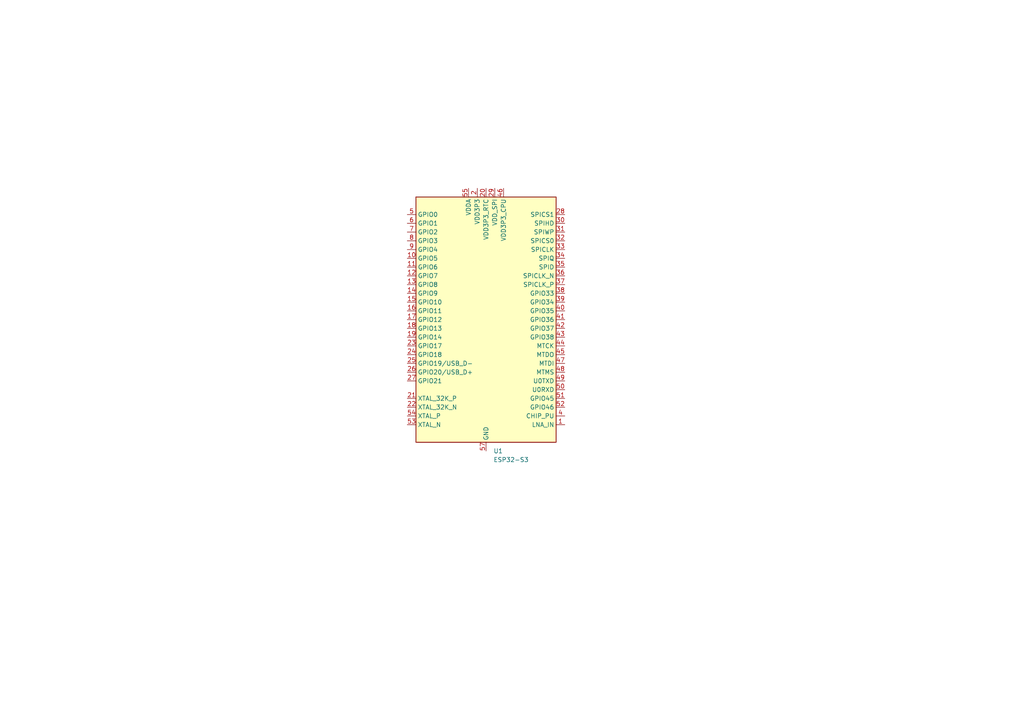
<source format=kicad_sch>
(kicad_sch (version 20250114) (generator "eeschema") (generator_version "9.0")
  (paper "A4")
  (lib_symbols
    (symbol "MCU_Espressif:ESP32-S3"
      (property "Reference" "U" (at 10.16 -38.1 0))
      (property "Value" "ESP32-S3" (at 13.97 -40.64 0))
      (symbol "ESP32-S3_0_1"
        (rectangle (start -20.32 35.56) (end 20.32 -35.56) (stroke (width 0.254)) (fill (type background)))
      )
      (symbol "ESP32-S3_1_0"
        (pin passive line (at -5.08 38.1 270) (length 2.54) (hide yes) (name "VDDA") (number "56"))
        (pin bidirectional line (at 22.86 12.7 180) (length 2.54) (name "SPICLK_N") (number "36"))
        (pin bidirectional line (at 22.86 -10.16 180) (length 2.54) (name "MTDO") (number "45"))
        (pin bidirectional line (at 22.86 -22.86 180) (length 2.54) (name "GPIO45") (number "51"))
      )
      (symbol "ESP32-S3_1_1"
        (pin bidirectional line (at -22.86 30.48 0) (length 2.54) (name "GPIO0") (number "5"))
        (pin bidirectional line (at -22.86 27.94 0) (length 2.54) (name "GPIO1") (number "6"))
        (pin bidirectional line (at -22.86 25.4 0) (length 2.54) (name "GPIO2") (number "7"))
        (pin bidirectional line (at -22.86 22.86 0) (length 2.54) (name "GPIO3") (number "8"))
        (pin bidirectional line (at -22.86 20.32 0) (length 2.54) (name "GPIO4") (number "9"))
        (pin bidirectional line (at -22.86 17.78 0) (length 2.54) (name "GPIO5") (number "10"))
        (pin bidirectional line (at -22.86 15.24 0) (length 2.54) (name "GPIO6") (number "11"))
        (pin bidirectional line (at -22.86 12.7 0) (length 2.54) (name "GPIO7") (number "12"))
        (pin bidirectional line (at -22.86 10.16 0) (length 2.54) (name "GPIO8") (number "13"))
        (pin bidirectional line (at -22.86 7.62 0) (length 2.54) (name "GPIO9") (number "14"))
        (pin bidirectional line (at -22.86 5.08 0) (length 2.54) (name "GPIO10") (number "15"))
        (pin bidirectional line (at -22.86 2.54 0) (length 2.54) (name "GPIO11") (number "16"))
        (pin bidirectional line (at -22.86 0 0) (length 2.54) (name "GPIO12") (number "17"))
        (pin bidirectional line (at -22.86 -2.54 0) (length 2.54) (name "GPIO13") (number "18"))
        (pin bidirectional line (at -22.86 -5.08 0) (length 2.54) (name "GPIO14") (number "19"))
        (pin bidirectional line (at -22.86 -7.62 0) (length 2.54) (name "GPIO17") (number "23"))
        (pin bidirectional line (at -22.86 -10.16 0) (length 2.54) (name "GPIO18") (number "24"))
        (pin bidirectional line (at -22.86 -12.7 0) (length 2.54) (name "GPIO19/USB_D-") (number "25"))
        (pin bidirectional line (at -22.86 -15.24 0) (length 2.54) (name "GPIO20/USB_D+") (number "26"))
        (pin bidirectional line (at -22.86 -17.78 0) (length 2.54) (name "GPIO21") (number "27"))
        (pin passive line (at -22.86 -22.86 0) (length 2.54) (name "XTAL_32K_P") (number "21"))
        (pin passive line (at -22.86 -25.4 0) (length 2.54) (name "XTAL_32K_N") (number "22"))
        (pin input line (at -22.86 -27.94 0) (length 2.54) (name "XTAL_P") (number "54"))
        (pin output line (at -22.86 -30.48 0) (length 2.54) (name "XTAL_N") (number "53"))
        (pin power_in line (at -5.08 38.1 270) (length 2.54) (name "VDDA") (number "55"))
        (pin power_in line (at -2.54 38.1 270) (length 2.54) (name "VDD3P3") (number "2"))
        (pin passive line (at -2.54 38.1 270) (length 2.54) (hide yes) (name "VDD3P3") (number "3"))
        (pin power_in line (at 0 38.1 270) (length 2.54) (name "VDD3P3_RTC") (number "20"))
        (pin power_in line (at 0 -38.1 90) (length 2.54) (name "GND") (number "57"))
        (pin power_in line (at 2.54 38.1 270) (length 2.54) (name "VDD_SPI") (number "29"))
        (pin power_in line (at 5.08 38.1 270) (length 2.54) (name "VDD3P3_CPU") (number "46"))
        (pin bidirectional line (at 22.86 30.48 180) (length 2.54) (name "SPICS1") (number "28"))
        (pin bidirectional line (at 22.86 27.94 180) (length 2.54) (name "SPIHD") (number "30"))
        (pin bidirectional line (at 22.86 25.4 180) (length 2.54) (name "SPIWP") (number "31"))
        (pin bidirectional line (at 22.86 22.86 180) (length 2.54) (name "SPICS0") (number "32"))
        (pin bidirectional line (at 22.86 20.32 180) (length 2.54) (name "SPICLK") (number "33"))
        (pin bidirectional line (at 22.86 17.78 180) (length 2.54) (name "SPIQ") (number "34"))
        (pin bidirectional line (at 22.86 15.24 180) (length 2.54) (name "SPID") (number "35"))
        (pin bidirectional line (at 22.86 10.16 180) (length 2.54) (name "SPICLK_P") (number "37"))
        (pin bidirectional line (at 22.86 7.62 180) (length 2.54) (name "GPIO33") (number "38"))
        (pin bidirectional line (at 22.86 5.08 180) (length 2.54) (name "GPIO34") (number "39"))
        (pin bidirectional line (at 22.86 2.54 180) (length 2.54) (name "GPIO35") (number "40"))
        (pin bidirectional line (at 22.86 0 180) (length 2.54) (name "GPIO36") (number "41"))
        (pin bidirectional line (at 22.86 -2.54 180) (length 2.54) (name "GPIO37") (number "42"))
        (pin bidirectional line (at 22.86 -5.08 180) (length 2.54) (name "GPIO38") (number "43"))
        (pin bidirectional line (at 22.86 -7.62 180) (length 2.54) (name "MTCK") (number "44"))
        (pin bidirectional line (at 22.86 -12.7 180) (length 2.54) (name "MTDI") (number "47"))
        (pin bidirectional line (at 22.86 -15.24 180) (length 2.54) (name "MTMS") (number "48"))
        (pin bidirectional line (at 22.86 -17.78 180) (length 2.54) (name "U0TXD") (number "49"))
        (pin bidirectional line (at 22.86 -20.32 180) (length 2.54) (name "U0RXD") (number "50"))
        (pin bidirectional line (at 22.86 -25.4 180) (length 2.54) (name "GPIO46") (number "52"))
        (pin input line (at 22.86 -27.94 180) (length 2.54) (name "CHIP_PU") (number "4"))
        (pin bidirectional line (at 22.86 -30.48 180) (length 2.54) (name "LNA_IN") (number "1"))
      )
    )
  )
  (symbol (lib_id "MCU_Espressif:ESP32-S3") (at 140.97 92.71 0) (unit 1)
    (property "Reference" "U1" (at 143.1133 130.81 0) (effects (justify left)))
    (property "Value" "ESP32-S3" (at 143.1133 133.35 0) (effects (justify left)))
    (property "Footprint" "Package_DFN_QFN:QFN-56-1EP_7x7mm_P0.4mm_EP4x4mm" (effects (hide yes)))
    (property "Datasheet" "https://www.espressif.com/sites/default/files/documentation/esp32-s3_datasheet_en.pdf" (effects (hide yes)))
    (property "Description" "Microcontroller, Wi-Fi 802.11b/g/n, Bluetooth, 32bit" (effects (hide yes)))
  )
)
</source>
